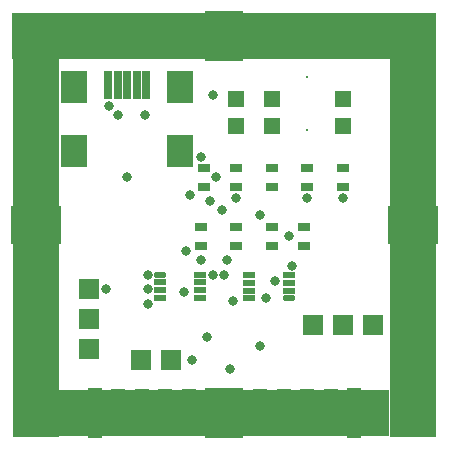
<source format=gts>
%FSLAX25Y25*%
%MOIN*%
G70*
G01*
G75*
G04 Layer_Color=8388736*
%ADD10R,0.04500X0.04500*%
%ADD11R,0.01969X0.08858*%
%ADD12R,0.07874X0.09843*%
G04:AMPARAMS|DCode=13|XSize=31.5mil|YSize=11.81mil|CornerRadius=0mil|HoleSize=0mil|Usage=FLASHONLY|Rotation=180.000|XOffset=0mil|YOffset=0mil|HoleType=Round|Shape=Octagon|*
%AMOCTAGOND13*
4,1,8,-0.01575,0.00295,-0.01575,-0.00295,-0.01280,-0.00591,0.01280,-0.00591,0.01575,-0.00295,0.01575,0.00295,0.01280,0.00591,-0.01280,0.00591,-0.01575,0.00295,0.0*
%
%ADD13OCTAGOND13*%

%ADD14R,0.03150X0.01181*%
%ADD15R,0.03150X0.02362*%
%ADD16C,0.01000*%
%ADD17C,0.02000*%
%ADD18R,0.06250X0.06250*%
%ADD19R,0.15748X0.11811*%
%ADD20R,0.11811X0.15748*%
%ADD21R,0.03937X0.15748*%
%ADD22R,0.03937X0.11811*%
%ADD23R,0.06250X0.06250*%
%ADD24C,0.02500*%
%ADD25R,0.11024X0.09449*%
%ADD26R,0.03500X0.03100*%
G04:AMPARAMS|DCode=27|XSize=59.06mil|YSize=12.8mil|CornerRadius=0mil|HoleSize=0mil|Usage=FLASHONLY|Rotation=90.000|XOffset=0mil|YOffset=0mil|HoleType=Round|Shape=Octagon|*
%AMOCTAGOND27*
4,1,8,0.00320,0.02953,-0.00320,0.02953,-0.00640,0.02633,-0.00640,-0.02633,-0.00320,-0.02953,0.00320,-0.02953,0.00640,-0.02633,0.00640,0.02633,0.00320,0.02953,0.0*
%
%ADD27OCTAGOND27*%

%ADD28R,0.01280X0.05906*%
%ADD29R,0.02362X0.03150*%
%ADD30C,0.00600*%
%ADD31C,0.00750*%
%ADD32R,0.15748X1.25984*%
%ADD33R,1.41732X0.15748*%
%ADD34R,0.15748X1.25984*%
%ADD35R,1.10236X0.15748*%
%ADD36R,0.05300X0.05300*%
%ADD37R,0.02769X0.09658*%
%ADD38R,0.08674X0.10642*%
G04:AMPARAMS|DCode=39|XSize=39.5mil|YSize=19.81mil|CornerRadius=0mil|HoleSize=0mil|Usage=FLASHONLY|Rotation=180.000|XOffset=0mil|YOffset=0mil|HoleType=Round|Shape=Octagon|*
%AMOCTAGOND39*
4,1,8,-0.01975,0.00495,-0.01975,-0.00495,-0.01480,-0.00991,0.01480,-0.00991,0.01975,-0.00495,0.01975,0.00495,0.01480,0.00991,-0.01480,0.00991,-0.01975,0.00495,0.0*
%
%ADD39OCTAGOND39*%

%ADD40R,0.03950X0.01981*%
%ADD41R,0.03950X0.03162*%
%ADD42R,0.07050X0.07050*%
%ADD43R,0.00800X0.00800*%
%ADD44R,0.16548X0.12611*%
%ADD45R,0.12611X0.16548*%
%ADD46R,0.04737X0.16548*%
%ADD47R,0.04737X0.12611*%
%ADD48R,0.07050X0.07050*%
%ADD49C,0.03300*%
D32*
X440945Y275591D02*
D03*
D33*
X377953Y346457D02*
D03*
D34*
X314961Y275591D02*
D03*
D35*
X377953Y220473D02*
D03*
D36*
X417323Y325366D02*
D03*
Y316366D02*
D03*
X381890Y325366D02*
D03*
Y316366D02*
D03*
X393701Y325366D02*
D03*
Y316366D02*
D03*
D37*
X351772Y329823D02*
D03*
X348622D02*
D03*
X345472D02*
D03*
X342323D02*
D03*
X339173D02*
D03*
D38*
X362992Y307992D02*
D03*
X327953D02*
D03*
Y329331D02*
D03*
X362992D02*
D03*
D39*
X399606Y258858D02*
D03*
X356299Y266732D02*
D03*
D40*
X399606Y261417D02*
D03*
Y263976D02*
D03*
Y266535D02*
D03*
X386221Y258858D02*
D03*
Y261417D02*
D03*
Y263976D02*
D03*
Y266535D02*
D03*
X356299Y264173D02*
D03*
Y261614D02*
D03*
Y259055D02*
D03*
X369685Y266732D02*
D03*
Y264173D02*
D03*
Y261614D02*
D03*
Y259055D02*
D03*
D41*
X417323Y302362D02*
D03*
Y296063D02*
D03*
X381890Y282677D02*
D03*
Y276378D02*
D03*
X370079Y282677D02*
D03*
Y276378D02*
D03*
X381890Y302362D02*
D03*
Y296063D02*
D03*
X393701Y302362D02*
D03*
Y296063D02*
D03*
X371063D02*
D03*
Y302362D02*
D03*
X405512D02*
D03*
Y296063D02*
D03*
X393701Y276378D02*
D03*
Y282677D02*
D03*
X404528Y276378D02*
D03*
Y282677D02*
D03*
D42*
X407323Y250000D02*
D03*
X417323D02*
D03*
X427323D02*
D03*
X350236Y238189D02*
D03*
X360236D02*
D03*
D43*
X313087Y220472D02*
D03*
X312992Y346457D02*
D03*
X438976D02*
D03*
Y220472D02*
D03*
X405512Y332677D02*
D03*
Y314961D02*
D03*
D44*
X440945Y283465D02*
D03*
X314961D02*
D03*
D45*
X377953Y346457D02*
D03*
Y220472D02*
D03*
D46*
X421260D02*
D03*
X334646D02*
D03*
D47*
X342520Y222441D02*
D03*
X350394D02*
D03*
X358268D02*
D03*
X366142D02*
D03*
X389764D02*
D03*
X397638D02*
D03*
X405512D02*
D03*
X413386D02*
D03*
D48*
X332677Y241968D02*
D03*
Y251969D02*
D03*
Y261968D02*
D03*
D49*
X374016Y326772D02*
D03*
X342520Y319882D02*
D03*
X339567Y322835D02*
D03*
X345472Y299213D02*
D03*
X351378Y319882D02*
D03*
X381890Y292323D02*
D03*
X375000Y299213D02*
D03*
X376969Y288386D02*
D03*
X374016Y266732D02*
D03*
X380906Y257874D02*
D03*
X399606Y279528D02*
D03*
X417323Y292323D02*
D03*
X405512Y292323D02*
D03*
X352362Y256890D02*
D03*
Y266732D02*
D03*
X364611Y260827D02*
D03*
X373031Y291339D02*
D03*
X366339Y293307D02*
D03*
X365158Y274606D02*
D03*
X389764Y286614D02*
D03*
Y243110D02*
D03*
X370079Y271654D02*
D03*
X378937D02*
D03*
X377953Y266732D02*
D03*
X391732Y258858D02*
D03*
X394684Y264763D02*
D03*
X400591Y269685D02*
D03*
X370079Y306102D02*
D03*
X379724Y235236D02*
D03*
X372047Y246063D02*
D03*
X352362Y261811D02*
D03*
X338583D02*
D03*
X367126Y238189D02*
D03*
M02*

</source>
